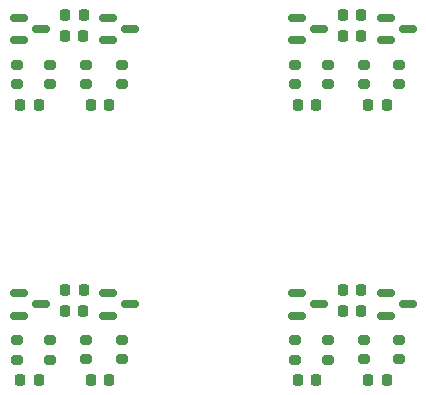
<source format=gbr>
%TF.GenerationSoftware,KiCad,Pcbnew,9.0.5*%
%TF.CreationDate,2025-10-24T18:10:23+02:00*%
%TF.ProjectId,panel,70616e65-6c2e-46b6-9963-61645f706362,rev?*%
%TF.SameCoordinates,Original*%
%TF.FileFunction,Paste,Top*%
%TF.FilePolarity,Positive*%
%FSLAX46Y46*%
G04 Gerber Fmt 4.6, Leading zero omitted, Abs format (unit mm)*
G04 Created by KiCad (PCBNEW 9.0.5) date 2025-10-24 18:10:23*
%MOMM*%
%LPD*%
G01*
G04 APERTURE LIST*
G04 Aperture macros list*
%AMRoundRect*
0 Rectangle with rounded corners*
0 $1 Rounding radius*
0 $2 $3 $4 $5 $6 $7 $8 $9 X,Y pos of 4 corners*
0 Add a 4 corners polygon primitive as box body*
4,1,4,$2,$3,$4,$5,$6,$7,$8,$9,$2,$3,0*
0 Add four circle primitives for the rounded corners*
1,1,$1+$1,$2,$3*
1,1,$1+$1,$4,$5*
1,1,$1+$1,$6,$7*
1,1,$1+$1,$8,$9*
0 Add four rect primitives between the rounded corners*
20,1,$1+$1,$2,$3,$4,$5,0*
20,1,$1+$1,$4,$5,$6,$7,0*
20,1,$1+$1,$6,$7,$8,$9,0*
20,1,$1+$1,$8,$9,$2,$3,0*%
G04 Aperture macros list end*
%ADD10RoundRect,0.200000X0.275000X-0.200000X0.275000X0.200000X-0.275000X0.200000X-0.275000X-0.200000X0*%
%ADD11RoundRect,0.150000X-0.587500X-0.150000X0.587500X-0.150000X0.587500X0.150000X-0.587500X0.150000X0*%
%ADD12RoundRect,0.218750X0.218750X0.256250X-0.218750X0.256250X-0.218750X-0.256250X0.218750X-0.256250X0*%
%ADD13RoundRect,0.225000X0.225000X0.250000X-0.225000X0.250000X-0.225000X-0.250000X0.225000X-0.250000X0*%
G04 APERTURE END LIST*
D10*
%TO.C,R3*%
X161650000Y-56500000D03*
X161650000Y-54850000D03*
%TD*%
D11*
%TO.C,Q2*%
X132467737Y-27600000D03*
X132467737Y-29500000D03*
X134342737Y-28550000D03*
%TD*%
%TO.C,Q2*%
X155975000Y-27600000D03*
X155975000Y-29500000D03*
X157850000Y-28550000D03*
%TD*%
D10*
%TO.C,R4*%
X135142737Y-56525000D03*
X135142737Y-54875000D03*
%TD*%
D12*
%TO.C,D1*%
X163637500Y-34950000D03*
X162062500Y-34950000D03*
%TD*%
D10*
%TO.C,R4*%
X158650000Y-33225000D03*
X158650000Y-31575000D03*
%TD*%
D11*
%TO.C,Q1*%
X163512500Y-50900000D03*
X163512500Y-52800000D03*
X165387500Y-51850000D03*
%TD*%
D13*
%TO.C,C1*%
X161450000Y-27350000D03*
X159900000Y-27350000D03*
%TD*%
D10*
%TO.C,R1*%
X141186059Y-33200000D03*
X141186059Y-31550000D03*
%TD*%
D13*
%TO.C,C2*%
X161425000Y-52450000D03*
X159875000Y-52450000D03*
%TD*%
%TO.C,C2*%
X137917737Y-52450000D03*
X136367737Y-52450000D03*
%TD*%
%TO.C,C1*%
X161450000Y-50650000D03*
X159900000Y-50650000D03*
%TD*%
D11*
%TO.C,Q1*%
X140005237Y-50900000D03*
X140005237Y-52800000D03*
X141880237Y-51850000D03*
%TD*%
D10*
%TO.C,R3*%
X138142737Y-33200000D03*
X138142737Y-31550000D03*
%TD*%
D12*
%TO.C,D2*%
X134130237Y-34950000D03*
X132555237Y-34950000D03*
%TD*%
D13*
%TO.C,C1*%
X137942737Y-27350000D03*
X136392737Y-27350000D03*
%TD*%
D10*
%TO.C,R4*%
X135142737Y-33225000D03*
X135142737Y-31575000D03*
%TD*%
D12*
%TO.C,D2*%
X157637500Y-34950000D03*
X156062500Y-34950000D03*
%TD*%
D10*
%TO.C,R2*%
X132342737Y-33225000D03*
X132342737Y-31575000D03*
%TD*%
%TO.C,R1*%
X164693322Y-56500000D03*
X164693322Y-54850000D03*
%TD*%
D12*
%TO.C,D1*%
X140130237Y-34950000D03*
X138555237Y-34950000D03*
%TD*%
D13*
%TO.C,C2*%
X137917737Y-29150000D03*
X136367737Y-29150000D03*
%TD*%
%TO.C,C1*%
X137942737Y-50650000D03*
X136392737Y-50650000D03*
%TD*%
D10*
%TO.C,R4*%
X158650000Y-56525000D03*
X158650000Y-54875000D03*
%TD*%
%TO.C,R2*%
X155850000Y-56525000D03*
X155850000Y-54875000D03*
%TD*%
%TO.C,R3*%
X138142737Y-56500000D03*
X138142737Y-54850000D03*
%TD*%
D12*
%TO.C,D2*%
X157637500Y-58250000D03*
X156062500Y-58250000D03*
%TD*%
%TO.C,D1*%
X140130237Y-58250000D03*
X138555237Y-58250000D03*
%TD*%
D10*
%TO.C,R2*%
X155850000Y-33225000D03*
X155850000Y-31575000D03*
%TD*%
D12*
%TO.C,D2*%
X134130237Y-58250000D03*
X132555237Y-58250000D03*
%TD*%
D11*
%TO.C,Q1*%
X163512500Y-27600000D03*
X163512500Y-29500000D03*
X165387500Y-28550000D03*
%TD*%
D10*
%TO.C,R3*%
X161650000Y-33200000D03*
X161650000Y-31550000D03*
%TD*%
%TO.C,R1*%
X141186059Y-56500000D03*
X141186059Y-54850000D03*
%TD*%
D13*
%TO.C,C2*%
X161425000Y-29150000D03*
X159875000Y-29150000D03*
%TD*%
D12*
%TO.C,D1*%
X163637500Y-58250000D03*
X162062500Y-58250000D03*
%TD*%
D10*
%TO.C,R1*%
X164693322Y-33200000D03*
X164693322Y-31550000D03*
%TD*%
D11*
%TO.C,Q1*%
X140005237Y-27600000D03*
X140005237Y-29500000D03*
X141880237Y-28550000D03*
%TD*%
%TO.C,Q2*%
X155975000Y-50900000D03*
X155975000Y-52800000D03*
X157850000Y-51850000D03*
%TD*%
D10*
%TO.C,R2*%
X132342737Y-56525000D03*
X132342737Y-54875000D03*
%TD*%
D11*
%TO.C,Q2*%
X132467737Y-50900000D03*
X132467737Y-52800000D03*
X134342737Y-51850000D03*
%TD*%
M02*

</source>
